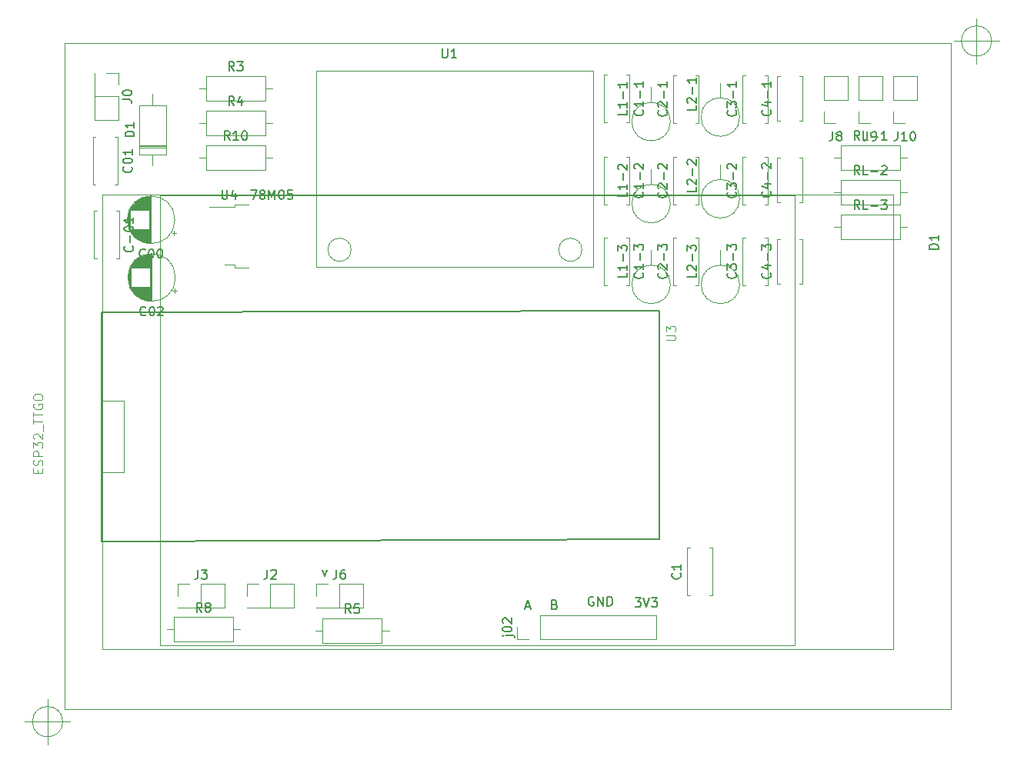
<source format=gbr>
%TF.GenerationSoftware,KiCad,Pcbnew,(6.0.5)*%
%TF.CreationDate,2023-08-26T16:02:20+02:00*%
%TF.ProjectId,IZ5 VFO V32,495a3520-5646-44f2-9056-33322e6b6963,rev?*%
%TF.SameCoordinates,Original*%
%TF.FileFunction,Legend,Top*%
%TF.FilePolarity,Positive*%
%FSLAX46Y46*%
G04 Gerber Fmt 4.6, Leading zero omitted, Abs format (unit mm)*
G04 Created by KiCad (PCBNEW (6.0.5)) date 2023-08-26 16:02:20*
%MOMM*%
%LPD*%
G01*
G04 APERTURE LIST*
%TA.AperFunction,Profile*%
%ADD10C,0.100000*%
%TD*%
%ADD11C,0.150000*%
%ADD12C,0.050000*%
%ADD13C,0.120000*%
%ADD14C,0.127000*%
G04 APERTURE END LIST*
D10*
X89535000Y-61214000D02*
X187071000Y-61214000D01*
X187071000Y-61214000D02*
X187071000Y-134493000D01*
X187071000Y-134493000D02*
X89535000Y-134493000D01*
X89535000Y-134493000D02*
X89535000Y-61214000D01*
D11*
X152304904Y-122261380D02*
X152923952Y-122261380D01*
X152590619Y-122642333D01*
X152733476Y-122642333D01*
X152828714Y-122689952D01*
X152876333Y-122737571D01*
X152923952Y-122832809D01*
X152923952Y-123070904D01*
X152876333Y-123166142D01*
X152828714Y-123213761D01*
X152733476Y-123261380D01*
X152447761Y-123261380D01*
X152352523Y-123213761D01*
X152304904Y-123166142D01*
X153209666Y-122261380D02*
X153543000Y-123261380D01*
X153876333Y-122261380D01*
X154114428Y-122261380D02*
X154733476Y-122261380D01*
X154400142Y-122642333D01*
X154543000Y-122642333D01*
X154638238Y-122689952D01*
X154685857Y-122737571D01*
X154733476Y-122832809D01*
X154733476Y-123070904D01*
X154685857Y-123166142D01*
X154638238Y-123213761D01*
X154543000Y-123261380D01*
X154257285Y-123261380D01*
X154162047Y-123213761D01*
X154114428Y-123166142D01*
X140223904Y-123229666D02*
X140700095Y-123229666D01*
X140128666Y-123515380D02*
X140462000Y-122515380D01*
X140795333Y-123515380D01*
X143454428Y-122991571D02*
X143597285Y-123039190D01*
X143644904Y-123086809D01*
X143692523Y-123182047D01*
X143692523Y-123324904D01*
X143644904Y-123420142D01*
X143597285Y-123467761D01*
X143502047Y-123515380D01*
X143121095Y-123515380D01*
X143121095Y-122515380D01*
X143454428Y-122515380D01*
X143549666Y-122563000D01*
X143597285Y-122610619D01*
X143644904Y-122705857D01*
X143644904Y-122801095D01*
X143597285Y-122896333D01*
X143549666Y-122943952D01*
X143454428Y-122991571D01*
X143121095Y-122991571D01*
X117871904Y-119165714D02*
X118110000Y-119832380D01*
X118348095Y-119165714D01*
X147701095Y-122182000D02*
X147605857Y-122134380D01*
X147463000Y-122134380D01*
X147320142Y-122182000D01*
X147224904Y-122277238D01*
X147177285Y-122372476D01*
X147129666Y-122562952D01*
X147129666Y-122705809D01*
X147177285Y-122896285D01*
X147224904Y-122991523D01*
X147320142Y-123086761D01*
X147463000Y-123134380D01*
X147558238Y-123134380D01*
X147701095Y-123086761D01*
X147748714Y-123039142D01*
X147748714Y-122705809D01*
X147558238Y-122705809D01*
X148177285Y-123134380D02*
X148177285Y-122134380D01*
X148748714Y-123134380D01*
X148748714Y-122134380D01*
X149224904Y-123134380D02*
X149224904Y-122134380D01*
X149463000Y-122134380D01*
X149605857Y-122182000D01*
X149701095Y-122277238D01*
X149748714Y-122372476D01*
X149796333Y-122562952D01*
X149796333Y-122705809D01*
X149748714Y-122896285D01*
X149701095Y-122991523D01*
X149605857Y-123086761D01*
X149463000Y-123134380D01*
X149224904Y-123134380D01*
D10*
X191531666Y-60960000D02*
G75*
G03*
X191531666Y-60960000I-1666666J0D01*
G01*
X187365000Y-60960000D02*
X192365000Y-60960000D01*
X189865000Y-58460000D02*
X189865000Y-63460000D01*
X89296666Y-135890000D02*
G75*
G03*
X89296666Y-135890000I-1666666J0D01*
G01*
X85130000Y-135890000D02*
X90130000Y-135890000D01*
X87630000Y-133390000D02*
X87630000Y-138390000D01*
D11*
%TO.C,R10*%
X107688142Y-71869380D02*
X107354809Y-71393190D01*
X107116714Y-71869380D02*
X107116714Y-70869380D01*
X107497666Y-70869380D01*
X107592904Y-70917000D01*
X107640523Y-70964619D01*
X107688142Y-71059857D01*
X107688142Y-71202714D01*
X107640523Y-71297952D01*
X107592904Y-71345571D01*
X107497666Y-71393190D01*
X107116714Y-71393190D01*
X108640523Y-71869380D02*
X108069095Y-71869380D01*
X108354809Y-71869380D02*
X108354809Y-70869380D01*
X108259571Y-71012238D01*
X108164333Y-71107476D01*
X108069095Y-71155095D01*
X109259571Y-70869380D02*
X109354809Y-70869380D01*
X109450047Y-70917000D01*
X109497666Y-70964619D01*
X109545285Y-71059857D01*
X109592904Y-71250333D01*
X109592904Y-71488428D01*
X109545285Y-71678904D01*
X109497666Y-71774142D01*
X109450047Y-71821761D01*
X109354809Y-71869380D01*
X109259571Y-71869380D01*
X109164333Y-71821761D01*
X109116714Y-71774142D01*
X109069095Y-71678904D01*
X109021476Y-71488428D01*
X109021476Y-71250333D01*
X109069095Y-71059857D01*
X109116714Y-70964619D01*
X109164333Y-70917000D01*
X109259571Y-70869380D01*
%TO.C,RL-2*%
X176990523Y-75679380D02*
X176657190Y-75203190D01*
X176419095Y-75679380D02*
X176419095Y-74679380D01*
X176800047Y-74679380D01*
X176895285Y-74727000D01*
X176942904Y-74774619D01*
X176990523Y-74869857D01*
X176990523Y-75012714D01*
X176942904Y-75107952D01*
X176895285Y-75155571D01*
X176800047Y-75203190D01*
X176419095Y-75203190D01*
X177895285Y-75679380D02*
X177419095Y-75679380D01*
X177419095Y-74679380D01*
X178228619Y-75298428D02*
X178990523Y-75298428D01*
X179419095Y-74774619D02*
X179466714Y-74727000D01*
X179561952Y-74679380D01*
X179800047Y-74679380D01*
X179895285Y-74727000D01*
X179942904Y-74774619D01*
X179990523Y-74869857D01*
X179990523Y-74965095D01*
X179942904Y-75107952D01*
X179371476Y-75679380D01*
X179990523Y-75679380D01*
%TO.C,J0*%
X95889371Y-67389333D02*
X96603657Y-67389333D01*
X96746514Y-67436952D01*
X96841752Y-67532190D01*
X96889371Y-67675047D01*
X96889371Y-67770285D01*
X95889371Y-66722666D02*
X95889371Y-66627428D01*
X95936991Y-66532190D01*
X95984610Y-66484571D01*
X96079848Y-66436952D01*
X96270324Y-66389333D01*
X96508419Y-66389333D01*
X96698895Y-66436952D01*
X96794133Y-66484571D01*
X96841752Y-66532190D01*
X96889371Y-66627428D01*
X96889371Y-66722666D01*
X96841752Y-66817904D01*
X96794133Y-66865523D01*
X96698895Y-66913142D01*
X96508419Y-66960761D01*
X96270324Y-66960761D01*
X96079848Y-66913142D01*
X95984610Y-66865523D01*
X95936991Y-66817904D01*
X95889371Y-66722666D01*
%TO.C,J8*%
X174037666Y-70929380D02*
X174037666Y-71643666D01*
X173990047Y-71786523D01*
X173894809Y-71881761D01*
X173751952Y-71929380D01*
X173656714Y-71929380D01*
X174656714Y-71357952D02*
X174561476Y-71310333D01*
X174513857Y-71262714D01*
X174466238Y-71167476D01*
X174466238Y-71119857D01*
X174513857Y-71024619D01*
X174561476Y-70977000D01*
X174656714Y-70929380D01*
X174847190Y-70929380D01*
X174942428Y-70977000D01*
X174990047Y-71024619D01*
X175037666Y-71119857D01*
X175037666Y-71167476D01*
X174990047Y-71262714D01*
X174942428Y-71310333D01*
X174847190Y-71357952D01*
X174656714Y-71357952D01*
X174561476Y-71405571D01*
X174513857Y-71453190D01*
X174466238Y-71548428D01*
X174466238Y-71738904D01*
X174513857Y-71834142D01*
X174561476Y-71881761D01*
X174656714Y-71929380D01*
X174847190Y-71929380D01*
X174942428Y-71881761D01*
X174990047Y-71834142D01*
X175037666Y-71738904D01*
X175037666Y-71548428D01*
X174990047Y-71453190D01*
X174942428Y-71405571D01*
X174847190Y-71357952D01*
%TO.C,C2-2*%
X155718142Y-77588904D02*
X155765761Y-77636523D01*
X155813380Y-77779380D01*
X155813380Y-77874619D01*
X155765761Y-78017476D01*
X155670523Y-78112714D01*
X155575285Y-78160333D01*
X155384809Y-78207952D01*
X155241952Y-78207952D01*
X155051476Y-78160333D01*
X154956238Y-78112714D01*
X154861000Y-78017476D01*
X154813380Y-77874619D01*
X154813380Y-77779380D01*
X154861000Y-77636523D01*
X154908619Y-77588904D01*
X154908619Y-77207952D02*
X154861000Y-77160333D01*
X154813380Y-77065095D01*
X154813380Y-76827000D01*
X154861000Y-76731761D01*
X154908619Y-76684142D01*
X155003857Y-76636523D01*
X155099095Y-76636523D01*
X155241952Y-76684142D01*
X155813380Y-77255571D01*
X155813380Y-76636523D01*
X155432428Y-76207952D02*
X155432428Y-75446047D01*
X154908619Y-75017476D02*
X154861000Y-74969857D01*
X154813380Y-74874619D01*
X154813380Y-74636523D01*
X154861000Y-74541285D01*
X154908619Y-74493666D01*
X155003857Y-74446047D01*
X155099095Y-74446047D01*
X155241952Y-74493666D01*
X155813380Y-75065095D01*
X155813380Y-74446047D01*
%TO.C,L2-3*%
X159003380Y-86478904D02*
X159003380Y-86955095D01*
X158003380Y-86955095D01*
X158098619Y-86193190D02*
X158051000Y-86145571D01*
X158003380Y-86050333D01*
X158003380Y-85812238D01*
X158051000Y-85717000D01*
X158098619Y-85669380D01*
X158193857Y-85621761D01*
X158289095Y-85621761D01*
X158431952Y-85669380D01*
X159003380Y-86240809D01*
X159003380Y-85621761D01*
X158622428Y-85193190D02*
X158622428Y-84431285D01*
X158003380Y-84050333D02*
X158003380Y-83431285D01*
X158384333Y-83764619D01*
X158384333Y-83621761D01*
X158431952Y-83526523D01*
X158479571Y-83478904D01*
X158574809Y-83431285D01*
X158812904Y-83431285D01*
X158908142Y-83478904D01*
X158955761Y-83526523D01*
X159003380Y-83621761D01*
X159003380Y-83907476D01*
X158955761Y-84002714D01*
X158908142Y-84050333D01*
%TO.C,C1*%
X157242142Y-119546666D02*
X157289761Y-119594285D01*
X157337380Y-119737142D01*
X157337380Y-119832380D01*
X157289761Y-119975238D01*
X157194523Y-120070476D01*
X157099285Y-120118095D01*
X156908809Y-120165714D01*
X156765952Y-120165714D01*
X156575476Y-120118095D01*
X156480238Y-120070476D01*
X156385000Y-119975238D01*
X156337380Y-119832380D01*
X156337380Y-119737142D01*
X156385000Y-119594285D01*
X156432619Y-119546666D01*
X157337380Y-118594285D02*
X157337380Y-119165714D01*
X157337380Y-118880000D02*
X156337380Y-118880000D01*
X156480238Y-118975238D01*
X156575476Y-119070476D01*
X156623095Y-119165714D01*
%TO.C,R5*%
X120991333Y-123939380D02*
X120658000Y-123463190D01*
X120419904Y-123939380D02*
X120419904Y-122939380D01*
X120800857Y-122939380D01*
X120896095Y-122987000D01*
X120943714Y-123034619D01*
X120991333Y-123129857D01*
X120991333Y-123272714D01*
X120943714Y-123367952D01*
X120896095Y-123415571D01*
X120800857Y-123463190D01*
X120419904Y-123463190D01*
X121896095Y-122939380D02*
X121419904Y-122939380D01*
X121372285Y-123415571D01*
X121419904Y-123367952D01*
X121515142Y-123320333D01*
X121753238Y-123320333D01*
X121848476Y-123367952D01*
X121896095Y-123415571D01*
X121943714Y-123510809D01*
X121943714Y-123748904D01*
X121896095Y-123844142D01*
X121848476Y-123891761D01*
X121753238Y-123939380D01*
X121515142Y-123939380D01*
X121419904Y-123891761D01*
X121372285Y-123844142D01*
%TO.C,C-01*%
X96964133Y-83557904D02*
X97011752Y-83605523D01*
X97059371Y-83748380D01*
X97059371Y-83843619D01*
X97011752Y-83986476D01*
X96916514Y-84081714D01*
X96821276Y-84129333D01*
X96630800Y-84176952D01*
X96487943Y-84176952D01*
X96297467Y-84129333D01*
X96202229Y-84081714D01*
X96106991Y-83986476D01*
X96059371Y-83843619D01*
X96059371Y-83748380D01*
X96106991Y-83605523D01*
X96154610Y-83557904D01*
X96678419Y-83129333D02*
X96678419Y-82367428D01*
X96059371Y-81700761D02*
X96059371Y-81605523D01*
X96106991Y-81510285D01*
X96154610Y-81462666D01*
X96249848Y-81415047D01*
X96440324Y-81367428D01*
X96678419Y-81367428D01*
X96868895Y-81415047D01*
X96964133Y-81462666D01*
X97011752Y-81510285D01*
X97059371Y-81605523D01*
X97059371Y-81700761D01*
X97011752Y-81796000D01*
X96964133Y-81843619D01*
X96868895Y-81891238D01*
X96678419Y-81938857D01*
X96440324Y-81938857D01*
X96249848Y-81891238D01*
X96154610Y-81843619D01*
X96106991Y-81796000D01*
X96059371Y-81700761D01*
X97059371Y-80415047D02*
X97059371Y-80986476D01*
X97059371Y-80700761D02*
X96059371Y-80700761D01*
X96202229Y-80796000D01*
X96297467Y-80891238D01*
X96345086Y-80986476D01*
%TO.C,D1*%
X185657380Y-83858095D02*
X184657380Y-83858095D01*
X184657380Y-83620000D01*
X184705000Y-83477142D01*
X184800238Y-83381904D01*
X184895476Y-83334285D01*
X185085952Y-83286666D01*
X185228809Y-83286666D01*
X185419285Y-83334285D01*
X185514523Y-83381904D01*
X185609761Y-83477142D01*
X185657380Y-83620000D01*
X185657380Y-83858095D01*
X185657380Y-82334285D02*
X185657380Y-82905714D01*
X185657380Y-82620000D02*
X184657380Y-82620000D01*
X184800238Y-82715238D01*
X184895476Y-82810476D01*
X184943095Y-82905714D01*
%TO.C,L2-2*%
X159003380Y-77048904D02*
X159003380Y-77525095D01*
X158003380Y-77525095D01*
X158098619Y-76763190D02*
X158051000Y-76715571D01*
X158003380Y-76620333D01*
X158003380Y-76382238D01*
X158051000Y-76287000D01*
X158098619Y-76239380D01*
X158193857Y-76191761D01*
X158289095Y-76191761D01*
X158431952Y-76239380D01*
X159003380Y-76810809D01*
X159003380Y-76191761D01*
X158622428Y-75763190D02*
X158622428Y-75001285D01*
X158098619Y-74572714D02*
X158051000Y-74525095D01*
X158003380Y-74429857D01*
X158003380Y-74191761D01*
X158051000Y-74096523D01*
X158098619Y-74048904D01*
X158193857Y-74001285D01*
X158289095Y-74001285D01*
X158431952Y-74048904D01*
X159003380Y-74620333D01*
X159003380Y-74001285D01*
%TO.C,L1-1*%
X151383380Y-68558904D02*
X151383380Y-69035095D01*
X150383380Y-69035095D01*
X151383380Y-67701761D02*
X151383380Y-68273190D01*
X151383380Y-67987476D02*
X150383380Y-67987476D01*
X150526238Y-68082714D01*
X150621476Y-68177952D01*
X150669095Y-68273190D01*
X151002428Y-67273190D02*
X151002428Y-66511285D01*
X151383380Y-65511285D02*
X151383380Y-66082714D01*
X151383380Y-65797000D02*
X150383380Y-65797000D01*
X150526238Y-65892238D01*
X150621476Y-65987476D01*
X150669095Y-66082714D01*
%TO.C,C2-3*%
X155718142Y-86478904D02*
X155765761Y-86526523D01*
X155813380Y-86669380D01*
X155813380Y-86764619D01*
X155765761Y-86907476D01*
X155670523Y-87002714D01*
X155575285Y-87050333D01*
X155384809Y-87097952D01*
X155241952Y-87097952D01*
X155051476Y-87050333D01*
X154956238Y-87002714D01*
X154861000Y-86907476D01*
X154813380Y-86764619D01*
X154813380Y-86669380D01*
X154861000Y-86526523D01*
X154908619Y-86478904D01*
X154908619Y-86097952D02*
X154861000Y-86050333D01*
X154813380Y-85955095D01*
X154813380Y-85717000D01*
X154861000Y-85621761D01*
X154908619Y-85574142D01*
X155003857Y-85526523D01*
X155099095Y-85526523D01*
X155241952Y-85574142D01*
X155813380Y-86145571D01*
X155813380Y-85526523D01*
X155432428Y-85097952D02*
X155432428Y-84336047D01*
X154813380Y-83955095D02*
X154813380Y-83336047D01*
X155194333Y-83669380D01*
X155194333Y-83526523D01*
X155241952Y-83431285D01*
X155289571Y-83383666D01*
X155384809Y-83336047D01*
X155622904Y-83336047D01*
X155718142Y-83383666D01*
X155765761Y-83431285D01*
X155813380Y-83526523D01*
X155813380Y-83812238D01*
X155765761Y-83907476D01*
X155718142Y-83955095D01*
%TO.C,L1-2*%
X151383380Y-77588904D02*
X151383380Y-78065095D01*
X150383380Y-78065095D01*
X151383380Y-76731761D02*
X151383380Y-77303190D01*
X151383380Y-77017476D02*
X150383380Y-77017476D01*
X150526238Y-77112714D01*
X150621476Y-77207952D01*
X150669095Y-77303190D01*
X151002428Y-76303190D02*
X151002428Y-75541285D01*
X150478619Y-75112714D02*
X150431000Y-75065095D01*
X150383380Y-74969857D01*
X150383380Y-74731761D01*
X150431000Y-74636523D01*
X150478619Y-74588904D01*
X150573857Y-74541285D01*
X150669095Y-74541285D01*
X150811952Y-74588904D01*
X151383380Y-75160333D01*
X151383380Y-74541285D01*
%TO.C,J2*%
X111807666Y-119169380D02*
X111807666Y-119883666D01*
X111760047Y-120026523D01*
X111664809Y-120121761D01*
X111521952Y-120169380D01*
X111426714Y-120169380D01*
X112236238Y-119264619D02*
X112283857Y-119217000D01*
X112379095Y-119169380D01*
X112617190Y-119169380D01*
X112712428Y-119217000D01*
X112760047Y-119264619D01*
X112807666Y-119359857D01*
X112807666Y-119455095D01*
X112760047Y-119597952D01*
X112188619Y-120169380D01*
X112807666Y-120169380D01*
%TO.C,R8*%
X104608333Y-123812380D02*
X104275000Y-123336190D01*
X104036904Y-123812380D02*
X104036904Y-122812380D01*
X104417857Y-122812380D01*
X104513095Y-122860000D01*
X104560714Y-122907619D01*
X104608333Y-123002857D01*
X104608333Y-123145714D01*
X104560714Y-123240952D01*
X104513095Y-123288571D01*
X104417857Y-123336190D01*
X104036904Y-123336190D01*
X105179761Y-123240952D02*
X105084523Y-123193333D01*
X105036904Y-123145714D01*
X104989285Y-123050476D01*
X104989285Y-123002857D01*
X105036904Y-122907619D01*
X105084523Y-122860000D01*
X105179761Y-122812380D01*
X105370238Y-122812380D01*
X105465476Y-122860000D01*
X105513095Y-122907619D01*
X105560714Y-123002857D01*
X105560714Y-123050476D01*
X105513095Y-123145714D01*
X105465476Y-123193333D01*
X105370238Y-123240952D01*
X105179761Y-123240952D01*
X105084523Y-123288571D01*
X105036904Y-123336190D01*
X104989285Y-123431428D01*
X104989285Y-123621904D01*
X105036904Y-123717142D01*
X105084523Y-123764761D01*
X105179761Y-123812380D01*
X105370238Y-123812380D01*
X105465476Y-123764761D01*
X105513095Y-123717142D01*
X105560714Y-123621904D01*
X105560714Y-123431428D01*
X105513095Y-123336190D01*
X105465476Y-123288571D01*
X105370238Y-123240952D01*
%TO.C,R4*%
X108164333Y-68059380D02*
X107831000Y-67583190D01*
X107592904Y-68059380D02*
X107592904Y-67059380D01*
X107973857Y-67059380D01*
X108069095Y-67107000D01*
X108116714Y-67154619D01*
X108164333Y-67249857D01*
X108164333Y-67392714D01*
X108116714Y-67487952D01*
X108069095Y-67535571D01*
X107973857Y-67583190D01*
X107592904Y-67583190D01*
X109021476Y-67392714D02*
X109021476Y-68059380D01*
X108783380Y-67011761D02*
X108545285Y-67726047D01*
X109164333Y-67726047D01*
%TO.C,C4-3*%
X167148142Y-86478904D02*
X167195761Y-86526523D01*
X167243380Y-86669380D01*
X167243380Y-86764619D01*
X167195761Y-86907476D01*
X167100523Y-87002714D01*
X167005285Y-87050333D01*
X166814809Y-87097952D01*
X166671952Y-87097952D01*
X166481476Y-87050333D01*
X166386238Y-87002714D01*
X166291000Y-86907476D01*
X166243380Y-86764619D01*
X166243380Y-86669380D01*
X166291000Y-86526523D01*
X166338619Y-86478904D01*
X166576714Y-85621761D02*
X167243380Y-85621761D01*
X166195761Y-85859857D02*
X166910047Y-86097952D01*
X166910047Y-85478904D01*
X166862428Y-85097952D02*
X166862428Y-84336047D01*
X166243380Y-83955095D02*
X166243380Y-83336047D01*
X166624333Y-83669380D01*
X166624333Y-83526523D01*
X166671952Y-83431285D01*
X166719571Y-83383666D01*
X166814809Y-83336047D01*
X167052904Y-83336047D01*
X167148142Y-83383666D01*
X167195761Y-83431285D01*
X167243380Y-83526523D01*
X167243380Y-83812238D01*
X167195761Y-83907476D01*
X167148142Y-83955095D01*
%TO.C,D1*%
X97169371Y-71477095D02*
X96169371Y-71477095D01*
X96169371Y-71239000D01*
X96216991Y-71096142D01*
X96312229Y-71000904D01*
X96407467Y-70953285D01*
X96597943Y-70905666D01*
X96740800Y-70905666D01*
X96931276Y-70953285D01*
X97026514Y-71000904D01*
X97121752Y-71096142D01*
X97169371Y-71239000D01*
X97169371Y-71477095D01*
X97169371Y-69953285D02*
X97169371Y-70524714D01*
X97169371Y-70239000D02*
X96169371Y-70239000D01*
X96312229Y-70334238D01*
X96407467Y-70429476D01*
X96455086Y-70524714D01*
%TO.C,j02*%
X138044714Y-126428380D02*
X138901857Y-126428380D01*
X138997095Y-126476000D01*
X139044714Y-126571238D01*
X139044714Y-126618857D01*
X137711380Y-126428380D02*
X137759000Y-126476000D01*
X137806619Y-126428380D01*
X137759000Y-126380761D01*
X137711380Y-126428380D01*
X137806619Y-126428380D01*
X137711380Y-125761714D02*
X137711380Y-125666476D01*
X137759000Y-125571238D01*
X137806619Y-125523619D01*
X137901857Y-125476000D01*
X138092333Y-125428380D01*
X138330428Y-125428380D01*
X138520904Y-125476000D01*
X138616142Y-125523619D01*
X138663761Y-125571238D01*
X138711380Y-125666476D01*
X138711380Y-125761714D01*
X138663761Y-125856952D01*
X138616142Y-125904571D01*
X138520904Y-125952190D01*
X138330428Y-125999809D01*
X138092333Y-125999809D01*
X137901857Y-125952190D01*
X137806619Y-125904571D01*
X137759000Y-125856952D01*
X137711380Y-125761714D01*
X137806619Y-125047428D02*
X137759000Y-124999809D01*
X137711380Y-124904571D01*
X137711380Y-124666476D01*
X137759000Y-124571238D01*
X137806619Y-124523619D01*
X137901857Y-124476000D01*
X137997095Y-124476000D01*
X138139952Y-124523619D01*
X138711380Y-125095047D01*
X138711380Y-124476000D01*
%TO.C,C1-3*%
X153098142Y-86478904D02*
X153145761Y-86526523D01*
X153193380Y-86669380D01*
X153193380Y-86764619D01*
X153145761Y-86907476D01*
X153050523Y-87002714D01*
X152955285Y-87050333D01*
X152764809Y-87097952D01*
X152621952Y-87097952D01*
X152431476Y-87050333D01*
X152336238Y-87002714D01*
X152241000Y-86907476D01*
X152193380Y-86764619D01*
X152193380Y-86669380D01*
X152241000Y-86526523D01*
X152288619Y-86478904D01*
X153193380Y-85526523D02*
X153193380Y-86097952D01*
X153193380Y-85812238D02*
X152193380Y-85812238D01*
X152336238Y-85907476D01*
X152431476Y-86002714D01*
X152479095Y-86097952D01*
X152812428Y-85097952D02*
X152812428Y-84336047D01*
X152193380Y-83955095D02*
X152193380Y-83336047D01*
X152574333Y-83669380D01*
X152574333Y-83526523D01*
X152621952Y-83431285D01*
X152669571Y-83383666D01*
X152764809Y-83336047D01*
X153002904Y-83336047D01*
X153098142Y-83383666D01*
X153145761Y-83431285D01*
X153193380Y-83526523D01*
X153193380Y-83812238D01*
X153145761Y-83907476D01*
X153098142Y-83955095D01*
%TO.C,C3-1*%
X163338142Y-68598904D02*
X163385761Y-68646523D01*
X163433380Y-68789380D01*
X163433380Y-68884619D01*
X163385761Y-69027476D01*
X163290523Y-69122714D01*
X163195285Y-69170333D01*
X163004809Y-69217952D01*
X162861952Y-69217952D01*
X162671476Y-69170333D01*
X162576238Y-69122714D01*
X162481000Y-69027476D01*
X162433380Y-68884619D01*
X162433380Y-68789380D01*
X162481000Y-68646523D01*
X162528619Y-68598904D01*
X162433380Y-68265571D02*
X162433380Y-67646523D01*
X162814333Y-67979857D01*
X162814333Y-67837000D01*
X162861952Y-67741761D01*
X162909571Y-67694142D01*
X163004809Y-67646523D01*
X163242904Y-67646523D01*
X163338142Y-67694142D01*
X163385761Y-67741761D01*
X163433380Y-67837000D01*
X163433380Y-68122714D01*
X163385761Y-68217952D01*
X163338142Y-68265571D01*
X163052428Y-67217952D02*
X163052428Y-66456047D01*
X163433380Y-65456047D02*
X163433380Y-66027476D01*
X163433380Y-65741761D02*
X162433380Y-65741761D01*
X162576238Y-65837000D01*
X162671476Y-65932238D01*
X162719095Y-66027476D01*
%TO.C,J6*%
X119427666Y-119169380D02*
X119427666Y-119883666D01*
X119380047Y-120026523D01*
X119284809Y-120121761D01*
X119141952Y-120169380D01*
X119046714Y-120169380D01*
X120332428Y-119169380D02*
X120141952Y-119169380D01*
X120046714Y-119217000D01*
X119999095Y-119264619D01*
X119903857Y-119407476D01*
X119856238Y-119597952D01*
X119856238Y-119978904D01*
X119903857Y-120074142D01*
X119951476Y-120121761D01*
X120046714Y-120169380D01*
X120237190Y-120169380D01*
X120332428Y-120121761D01*
X120380047Y-120074142D01*
X120427666Y-119978904D01*
X120427666Y-119740809D01*
X120380047Y-119645571D01*
X120332428Y-119597952D01*
X120237190Y-119550333D01*
X120046714Y-119550333D01*
X119951476Y-119597952D01*
X119903857Y-119645571D01*
X119856238Y-119740809D01*
%TO.C,RL-3*%
X176990523Y-79489380D02*
X176657190Y-79013190D01*
X176419095Y-79489380D02*
X176419095Y-78489380D01*
X176800047Y-78489380D01*
X176895285Y-78537000D01*
X176942904Y-78584619D01*
X176990523Y-78679857D01*
X176990523Y-78822714D01*
X176942904Y-78917952D01*
X176895285Y-78965571D01*
X176800047Y-79013190D01*
X176419095Y-79013190D01*
X177895285Y-79489380D02*
X177419095Y-79489380D01*
X177419095Y-78489380D01*
X178228619Y-79108428D02*
X178990523Y-79108428D01*
X179371476Y-78489380D02*
X179990523Y-78489380D01*
X179657190Y-78870333D01*
X179800047Y-78870333D01*
X179895285Y-78917952D01*
X179942904Y-78965571D01*
X179990523Y-79060809D01*
X179990523Y-79298904D01*
X179942904Y-79394142D01*
X179895285Y-79441761D01*
X179800047Y-79489380D01*
X179514333Y-79489380D01*
X179419095Y-79441761D01*
X179371476Y-79394142D01*
D12*
%TO.C,U3*%
X155724167Y-93898051D02*
X156534006Y-93898051D01*
X156629282Y-93850414D01*
X156676919Y-93802776D01*
X156724557Y-93707501D01*
X156724557Y-93516950D01*
X156676919Y-93421675D01*
X156629282Y-93374038D01*
X156534006Y-93326400D01*
X155724167Y-93326400D01*
X155724167Y-92945299D02*
X155724167Y-92326010D01*
X156105268Y-92659473D01*
X156105268Y-92516560D01*
X156152905Y-92421285D01*
X156200543Y-92373648D01*
X156295818Y-92326010D01*
X156534006Y-92326010D01*
X156629282Y-92373648D01*
X156676919Y-92421285D01*
X156724557Y-92516560D01*
X156724557Y-92802386D01*
X156676919Y-92897661D01*
X156629282Y-92945299D01*
X86554496Y-108514298D02*
X86554496Y-108180615D01*
X87078855Y-108037608D02*
X87078855Y-108514298D01*
X86077805Y-108514298D01*
X86077805Y-108037608D01*
X87031186Y-107656255D02*
X87078855Y-107513248D01*
X87078855Y-107274903D01*
X87031186Y-107179565D01*
X86983517Y-107131896D01*
X86888179Y-107084227D01*
X86792841Y-107084227D01*
X86697503Y-107131896D01*
X86649834Y-107179565D01*
X86602165Y-107274903D01*
X86554496Y-107465579D01*
X86506827Y-107560917D01*
X86459158Y-107608586D01*
X86363820Y-107656255D01*
X86268482Y-107656255D01*
X86173144Y-107608586D01*
X86125475Y-107560917D01*
X86077805Y-107465579D01*
X86077805Y-107227234D01*
X86125475Y-107084227D01*
X87078855Y-106655205D02*
X86077805Y-106655205D01*
X86077805Y-106273853D01*
X86125475Y-106178515D01*
X86173144Y-106130846D01*
X86268482Y-106083177D01*
X86411489Y-106083177D01*
X86506827Y-106130846D01*
X86554496Y-106178515D01*
X86602165Y-106273853D01*
X86602165Y-106655205D01*
X86077805Y-105749494D02*
X86077805Y-105129796D01*
X86459158Y-105463479D01*
X86459158Y-105320472D01*
X86506827Y-105225134D01*
X86554496Y-105177465D01*
X86649834Y-105129796D01*
X86888179Y-105129796D01*
X86983517Y-105177465D01*
X87031186Y-105225134D01*
X87078855Y-105320472D01*
X87078855Y-105606486D01*
X87031186Y-105701825D01*
X86983517Y-105749494D01*
X86173144Y-104748444D02*
X86125475Y-104700775D01*
X86077805Y-104605436D01*
X86077805Y-104367091D01*
X86125475Y-104271753D01*
X86173144Y-104224084D01*
X86268482Y-104176415D01*
X86363820Y-104176415D01*
X86506827Y-104224084D01*
X87078855Y-104796113D01*
X87078855Y-104176415D01*
X87174194Y-103985739D02*
X87174194Y-103223034D01*
X86077805Y-103127696D02*
X86077805Y-102555667D01*
X87078855Y-102841682D02*
X86077805Y-102841682D01*
X86077805Y-102364991D02*
X86077805Y-101792963D01*
X87078855Y-102078977D02*
X86077805Y-102078977D01*
X86125475Y-100934920D02*
X86077805Y-101030258D01*
X86077805Y-101173265D01*
X86125475Y-101316272D01*
X86220813Y-101411610D01*
X86316151Y-101459279D01*
X86506827Y-101506948D01*
X86649834Y-101506948D01*
X86840510Y-101459279D01*
X86935848Y-101411610D01*
X87031186Y-101316272D01*
X87078855Y-101173265D01*
X87078855Y-101077927D01*
X87031186Y-100934920D01*
X86983517Y-100887251D01*
X86649834Y-100887251D01*
X86649834Y-101077927D01*
X86077805Y-100267553D02*
X86077805Y-100076877D01*
X86125475Y-99981539D01*
X86220813Y-99886201D01*
X86411489Y-99838532D01*
X86745172Y-99838532D01*
X86935848Y-99886201D01*
X87031186Y-99981539D01*
X87078855Y-100076877D01*
X87078855Y-100267553D01*
X87031186Y-100362891D01*
X86935848Y-100458229D01*
X86745172Y-100505898D01*
X86411489Y-100505898D01*
X86220813Y-100458229D01*
X86125475Y-100362891D01*
X86077805Y-100267553D01*
D11*
%TO.C,C3-2*%
X163338142Y-77588904D02*
X163385761Y-77636523D01*
X163433380Y-77779380D01*
X163433380Y-77874619D01*
X163385761Y-78017476D01*
X163290523Y-78112714D01*
X163195285Y-78160333D01*
X163004809Y-78207952D01*
X162861952Y-78207952D01*
X162671476Y-78160333D01*
X162576238Y-78112714D01*
X162481000Y-78017476D01*
X162433380Y-77874619D01*
X162433380Y-77779380D01*
X162481000Y-77636523D01*
X162528619Y-77588904D01*
X162433380Y-77255571D02*
X162433380Y-76636523D01*
X162814333Y-76969857D01*
X162814333Y-76827000D01*
X162861952Y-76731761D01*
X162909571Y-76684142D01*
X163004809Y-76636523D01*
X163242904Y-76636523D01*
X163338142Y-76684142D01*
X163385761Y-76731761D01*
X163433380Y-76827000D01*
X163433380Y-77112714D01*
X163385761Y-77207952D01*
X163338142Y-77255571D01*
X163052428Y-76207952D02*
X163052428Y-75446047D01*
X162528619Y-75017476D02*
X162481000Y-74969857D01*
X162433380Y-74874619D01*
X162433380Y-74636523D01*
X162481000Y-74541285D01*
X162528619Y-74493666D01*
X162623857Y-74446047D01*
X162719095Y-74446047D01*
X162861952Y-74493666D01*
X163433380Y-75065095D01*
X163433380Y-74446047D01*
%TO.C,L2-1*%
X159003380Y-68058904D02*
X159003380Y-68535095D01*
X158003380Y-68535095D01*
X158098619Y-67773190D02*
X158051000Y-67725571D01*
X158003380Y-67630333D01*
X158003380Y-67392238D01*
X158051000Y-67297000D01*
X158098619Y-67249380D01*
X158193857Y-67201761D01*
X158289095Y-67201761D01*
X158431952Y-67249380D01*
X159003380Y-67820809D01*
X159003380Y-67201761D01*
X158622428Y-66773190D02*
X158622428Y-66011285D01*
X159003380Y-65011285D02*
X159003380Y-65582714D01*
X159003380Y-65297000D02*
X158003380Y-65297000D01*
X158146238Y-65392238D01*
X158241476Y-65487476D01*
X158289095Y-65582714D01*
%TO.C,C1-2*%
X153098142Y-77588904D02*
X153145761Y-77636523D01*
X153193380Y-77779380D01*
X153193380Y-77874619D01*
X153145761Y-78017476D01*
X153050523Y-78112714D01*
X152955285Y-78160333D01*
X152764809Y-78207952D01*
X152621952Y-78207952D01*
X152431476Y-78160333D01*
X152336238Y-78112714D01*
X152241000Y-78017476D01*
X152193380Y-77874619D01*
X152193380Y-77779380D01*
X152241000Y-77636523D01*
X152288619Y-77588904D01*
X153193380Y-76636523D02*
X153193380Y-77207952D01*
X153193380Y-76922238D02*
X152193380Y-76922238D01*
X152336238Y-77017476D01*
X152431476Y-77112714D01*
X152479095Y-77207952D01*
X152812428Y-76207952D02*
X152812428Y-75446047D01*
X152288619Y-75017476D02*
X152241000Y-74969857D01*
X152193380Y-74874619D01*
X152193380Y-74636523D01*
X152241000Y-74541285D01*
X152288619Y-74493666D01*
X152383857Y-74446047D01*
X152479095Y-74446047D01*
X152621952Y-74493666D01*
X153193380Y-75065095D01*
X153193380Y-74446047D01*
%TO.C,J3*%
X104187666Y-119169380D02*
X104187666Y-119883666D01*
X104140047Y-120026523D01*
X104044809Y-120121761D01*
X103901952Y-120169380D01*
X103806714Y-120169380D01*
X104568619Y-119169380D02*
X105187666Y-119169380D01*
X104854333Y-119550333D01*
X104997190Y-119550333D01*
X105092428Y-119597952D01*
X105140047Y-119645571D01*
X105187666Y-119740809D01*
X105187666Y-119978904D01*
X105140047Y-120074142D01*
X105092428Y-120121761D01*
X104997190Y-120169380D01*
X104711476Y-120169380D01*
X104616238Y-120121761D01*
X104568619Y-120074142D01*
%TO.C,RL-1*%
X176990523Y-71869380D02*
X176657190Y-71393190D01*
X176419095Y-71869380D02*
X176419095Y-70869380D01*
X176800047Y-70869380D01*
X176895285Y-70917000D01*
X176942904Y-70964619D01*
X176990523Y-71059857D01*
X176990523Y-71202714D01*
X176942904Y-71297952D01*
X176895285Y-71345571D01*
X176800047Y-71393190D01*
X176419095Y-71393190D01*
X177895285Y-71869380D02*
X177419095Y-71869380D01*
X177419095Y-70869380D01*
X178228619Y-71488428D02*
X178990523Y-71488428D01*
X179990523Y-71869380D02*
X179419095Y-71869380D01*
X179704809Y-71869380D02*
X179704809Y-70869380D01*
X179609571Y-71012238D01*
X179514333Y-71107476D01*
X179419095Y-71155095D01*
%TO.C,C02*%
X98437151Y-91102142D02*
X98389532Y-91149761D01*
X98246675Y-91197380D01*
X98151437Y-91197380D01*
X98008580Y-91149761D01*
X97913342Y-91054523D01*
X97865723Y-90959285D01*
X97818104Y-90768809D01*
X97818104Y-90625952D01*
X97865723Y-90435476D01*
X97913342Y-90340238D01*
X98008580Y-90245000D01*
X98151437Y-90197380D01*
X98246675Y-90197380D01*
X98389532Y-90245000D01*
X98437151Y-90292619D01*
X99056199Y-90197380D02*
X99151437Y-90197380D01*
X99246675Y-90245000D01*
X99294294Y-90292619D01*
X99341913Y-90387857D01*
X99389532Y-90578333D01*
X99389532Y-90816428D01*
X99341913Y-91006904D01*
X99294294Y-91102142D01*
X99246675Y-91149761D01*
X99151437Y-91197380D01*
X99056199Y-91197380D01*
X98960961Y-91149761D01*
X98913342Y-91102142D01*
X98865723Y-91006904D01*
X98818104Y-90816428D01*
X98818104Y-90578333D01*
X98865723Y-90387857D01*
X98913342Y-90292619D01*
X98960961Y-90245000D01*
X99056199Y-90197380D01*
X99770485Y-90292619D02*
X99818104Y-90245000D01*
X99913342Y-90197380D01*
X100151437Y-90197380D01*
X100246675Y-90245000D01*
X100294294Y-90292619D01*
X100341913Y-90387857D01*
X100341913Y-90483095D01*
X100294294Y-90625952D01*
X99722866Y-91197380D01*
X100341913Y-91197380D01*
%TO.C,C3-3*%
X163338142Y-86478904D02*
X163385761Y-86526523D01*
X163433380Y-86669380D01*
X163433380Y-86764619D01*
X163385761Y-86907476D01*
X163290523Y-87002714D01*
X163195285Y-87050333D01*
X163004809Y-87097952D01*
X162861952Y-87097952D01*
X162671476Y-87050333D01*
X162576238Y-87002714D01*
X162481000Y-86907476D01*
X162433380Y-86764619D01*
X162433380Y-86669380D01*
X162481000Y-86526523D01*
X162528619Y-86478904D01*
X162433380Y-86145571D02*
X162433380Y-85526523D01*
X162814333Y-85859857D01*
X162814333Y-85717000D01*
X162861952Y-85621761D01*
X162909571Y-85574142D01*
X163004809Y-85526523D01*
X163242904Y-85526523D01*
X163338142Y-85574142D01*
X163385761Y-85621761D01*
X163433380Y-85717000D01*
X163433380Y-86002714D01*
X163385761Y-86097952D01*
X163338142Y-86145571D01*
X163052428Y-85097952D02*
X163052428Y-84336047D01*
X162433380Y-83955095D02*
X162433380Y-83336047D01*
X162814333Y-83669380D01*
X162814333Y-83526523D01*
X162861952Y-83431285D01*
X162909571Y-83383666D01*
X163004809Y-83336047D01*
X163242904Y-83336047D01*
X163338142Y-83383666D01*
X163385761Y-83431285D01*
X163433380Y-83526523D01*
X163433380Y-83812238D01*
X163385761Y-83907476D01*
X163338142Y-83955095D01*
%TO.C,C1-1*%
X153098142Y-68558904D02*
X153145761Y-68606523D01*
X153193380Y-68749380D01*
X153193380Y-68844619D01*
X153145761Y-68987476D01*
X153050523Y-69082714D01*
X152955285Y-69130333D01*
X152764809Y-69177952D01*
X152621952Y-69177952D01*
X152431476Y-69130333D01*
X152336238Y-69082714D01*
X152241000Y-68987476D01*
X152193380Y-68844619D01*
X152193380Y-68749380D01*
X152241000Y-68606523D01*
X152288619Y-68558904D01*
X153193380Y-67606523D02*
X153193380Y-68177952D01*
X153193380Y-67892238D02*
X152193380Y-67892238D01*
X152336238Y-67987476D01*
X152431476Y-68082714D01*
X152479095Y-68177952D01*
X152812428Y-67177952D02*
X152812428Y-66416047D01*
X153193380Y-65416047D02*
X153193380Y-65987476D01*
X153193380Y-65701761D02*
X152193380Y-65701761D01*
X152336238Y-65797000D01*
X152431476Y-65892238D01*
X152479095Y-65987476D01*
%TO.C,J9*%
X177847666Y-70929380D02*
X177847666Y-71643666D01*
X177800047Y-71786523D01*
X177704809Y-71881761D01*
X177561952Y-71929380D01*
X177466714Y-71929380D01*
X178371476Y-71929380D02*
X178561952Y-71929380D01*
X178657190Y-71881761D01*
X178704809Y-71834142D01*
X178800047Y-71691285D01*
X178847666Y-71500809D01*
X178847666Y-71119857D01*
X178800047Y-71024619D01*
X178752428Y-70977000D01*
X178657190Y-70929380D01*
X178466714Y-70929380D01*
X178371476Y-70977000D01*
X178323857Y-71024619D01*
X178276238Y-71119857D01*
X178276238Y-71357952D01*
X178323857Y-71453190D01*
X178371476Y-71500809D01*
X178466714Y-71548428D01*
X178657190Y-71548428D01*
X178752428Y-71500809D01*
X178800047Y-71453190D01*
X178847666Y-71357952D01*
%TO.C,C4-2*%
X167148142Y-77548904D02*
X167195761Y-77596523D01*
X167243380Y-77739380D01*
X167243380Y-77834619D01*
X167195761Y-77977476D01*
X167100523Y-78072714D01*
X167005285Y-78120333D01*
X166814809Y-78167952D01*
X166671952Y-78167952D01*
X166481476Y-78120333D01*
X166386238Y-78072714D01*
X166291000Y-77977476D01*
X166243380Y-77834619D01*
X166243380Y-77739380D01*
X166291000Y-77596523D01*
X166338619Y-77548904D01*
X166576714Y-76691761D02*
X167243380Y-76691761D01*
X166195761Y-76929857D02*
X166910047Y-77167952D01*
X166910047Y-76548904D01*
X166862428Y-76167952D02*
X166862428Y-75406047D01*
X166338619Y-74977476D02*
X166291000Y-74929857D01*
X166243380Y-74834619D01*
X166243380Y-74596523D01*
X166291000Y-74501285D01*
X166338619Y-74453666D01*
X166433857Y-74406047D01*
X166529095Y-74406047D01*
X166671952Y-74453666D01*
X167243380Y-75025095D01*
X167243380Y-74406047D01*
%TO.C,J10*%
X181181476Y-70929380D02*
X181181476Y-71643666D01*
X181133857Y-71786523D01*
X181038619Y-71881761D01*
X180895761Y-71929380D01*
X180800523Y-71929380D01*
X182181476Y-71929380D02*
X181610047Y-71929380D01*
X181895761Y-71929380D02*
X181895761Y-70929380D01*
X181800523Y-71072238D01*
X181705285Y-71167476D01*
X181610047Y-71215095D01*
X182800523Y-70929380D02*
X182895761Y-70929380D01*
X182991000Y-70977000D01*
X183038619Y-71024619D01*
X183086238Y-71119857D01*
X183133857Y-71310333D01*
X183133857Y-71548428D01*
X183086238Y-71738904D01*
X183038619Y-71834142D01*
X182991000Y-71881761D01*
X182895761Y-71929380D01*
X182800523Y-71929380D01*
X182705285Y-71881761D01*
X182657666Y-71834142D01*
X182610047Y-71738904D01*
X182562428Y-71548428D01*
X182562428Y-71310333D01*
X182610047Y-71119857D01*
X182657666Y-71024619D01*
X182705285Y-70977000D01*
X182800523Y-70929380D01*
%TO.C,L1-3*%
X151383380Y-86478904D02*
X151383380Y-86955095D01*
X150383380Y-86955095D01*
X151383380Y-85621761D02*
X151383380Y-86193190D01*
X151383380Y-85907476D02*
X150383380Y-85907476D01*
X150526238Y-86002714D01*
X150621476Y-86097952D01*
X150669095Y-86193190D01*
X151002428Y-85193190D02*
X151002428Y-84431285D01*
X150383380Y-84050333D02*
X150383380Y-83431285D01*
X150764333Y-83764619D01*
X150764333Y-83621761D01*
X150811952Y-83526523D01*
X150859571Y-83478904D01*
X150954809Y-83431285D01*
X151192904Y-83431285D01*
X151288142Y-83478904D01*
X151335761Y-83526523D01*
X151383380Y-83621761D01*
X151383380Y-83907476D01*
X151335761Y-84002714D01*
X151288142Y-84050333D01*
%TO.C,R3*%
X108164333Y-64249380D02*
X107831000Y-63773190D01*
X107592904Y-64249380D02*
X107592904Y-63249380D01*
X107973857Y-63249380D01*
X108069095Y-63297000D01*
X108116714Y-63344619D01*
X108164333Y-63439857D01*
X108164333Y-63582714D01*
X108116714Y-63677952D01*
X108069095Y-63725571D01*
X107973857Y-63773190D01*
X107592904Y-63773190D01*
X108497666Y-63249380D02*
X109116714Y-63249380D01*
X108783380Y-63630333D01*
X108926238Y-63630333D01*
X109021476Y-63677952D01*
X109069095Y-63725571D01*
X109116714Y-63820809D01*
X109116714Y-64058904D01*
X109069095Y-64154142D01*
X109021476Y-64201761D01*
X108926238Y-64249380D01*
X108640523Y-64249380D01*
X108545285Y-64201761D01*
X108497666Y-64154142D01*
%TO.C,U4-78M05*%
X106842857Y-77376380D02*
X106842857Y-78185904D01*
X106890476Y-78281142D01*
X106938095Y-78328761D01*
X107033333Y-78376380D01*
X107223809Y-78376380D01*
X107319047Y-78328761D01*
X107366666Y-78281142D01*
X107414285Y-78185904D01*
X107414285Y-77376380D01*
X108319047Y-77709714D02*
X108319047Y-78376380D01*
X108080952Y-77328761D02*
X107842857Y-78043047D01*
X108461904Y-78043047D01*
X108842857Y-77995428D02*
X109604761Y-77995428D01*
X109985714Y-77376380D02*
X110652380Y-77376380D01*
X110223809Y-78376380D01*
X111176190Y-77804952D02*
X111080952Y-77757333D01*
X111033333Y-77709714D01*
X110985714Y-77614476D01*
X110985714Y-77566857D01*
X111033333Y-77471619D01*
X111080952Y-77424000D01*
X111176190Y-77376380D01*
X111366666Y-77376380D01*
X111461904Y-77424000D01*
X111509523Y-77471619D01*
X111557142Y-77566857D01*
X111557142Y-77614476D01*
X111509523Y-77709714D01*
X111461904Y-77757333D01*
X111366666Y-77804952D01*
X111176190Y-77804952D01*
X111080952Y-77852571D01*
X111033333Y-77900190D01*
X110985714Y-77995428D01*
X110985714Y-78185904D01*
X111033333Y-78281142D01*
X111080952Y-78328761D01*
X111176190Y-78376380D01*
X111366666Y-78376380D01*
X111461904Y-78328761D01*
X111509523Y-78281142D01*
X111557142Y-78185904D01*
X111557142Y-77995428D01*
X111509523Y-77900190D01*
X111461904Y-77852571D01*
X111366666Y-77804952D01*
X111985714Y-78376380D02*
X111985714Y-77376380D01*
X112319047Y-78090666D01*
X112652380Y-77376380D01*
X112652380Y-78376380D01*
X113319047Y-77376380D02*
X113414285Y-77376380D01*
X113509523Y-77424000D01*
X113557142Y-77471619D01*
X113604761Y-77566857D01*
X113652380Y-77757333D01*
X113652380Y-77995428D01*
X113604761Y-78185904D01*
X113557142Y-78281142D01*
X113509523Y-78328761D01*
X113414285Y-78376380D01*
X113319047Y-78376380D01*
X113223809Y-78328761D01*
X113176190Y-78281142D01*
X113128571Y-78185904D01*
X113080952Y-77995428D01*
X113080952Y-77757333D01*
X113128571Y-77566857D01*
X113176190Y-77471619D01*
X113223809Y-77424000D01*
X113319047Y-77376380D01*
X114557142Y-77376380D02*
X114080952Y-77376380D01*
X114033333Y-77852571D01*
X114080952Y-77804952D01*
X114176190Y-77757333D01*
X114414285Y-77757333D01*
X114509523Y-77804952D01*
X114557142Y-77852571D01*
X114604761Y-77947809D01*
X114604761Y-78185904D01*
X114557142Y-78281142D01*
X114509523Y-78328761D01*
X114414285Y-78376380D01*
X114176190Y-78376380D01*
X114080952Y-78328761D01*
X114033333Y-78281142D01*
%TO.C,C4-1*%
X167148142Y-68558904D02*
X167195761Y-68606523D01*
X167243380Y-68749380D01*
X167243380Y-68844619D01*
X167195761Y-68987476D01*
X167100523Y-69082714D01*
X167005285Y-69130333D01*
X166814809Y-69177952D01*
X166671952Y-69177952D01*
X166481476Y-69130333D01*
X166386238Y-69082714D01*
X166291000Y-68987476D01*
X166243380Y-68844619D01*
X166243380Y-68749380D01*
X166291000Y-68606523D01*
X166338619Y-68558904D01*
X166576714Y-67701761D02*
X167243380Y-67701761D01*
X166195761Y-67939857D02*
X166910047Y-68177952D01*
X166910047Y-67558904D01*
X166862428Y-67177952D02*
X166862428Y-66416047D01*
X167243380Y-65416047D02*
X167243380Y-65987476D01*
X167243380Y-65701761D02*
X166243380Y-65701761D01*
X166386238Y-65797000D01*
X166481476Y-65892238D01*
X166529095Y-65987476D01*
%TO.C,C2-1*%
X155718142Y-68598904D02*
X155765761Y-68646523D01*
X155813380Y-68789380D01*
X155813380Y-68884619D01*
X155765761Y-69027476D01*
X155670523Y-69122714D01*
X155575285Y-69170333D01*
X155384809Y-69217952D01*
X155241952Y-69217952D01*
X155051476Y-69170333D01*
X154956238Y-69122714D01*
X154861000Y-69027476D01*
X154813380Y-68884619D01*
X154813380Y-68789380D01*
X154861000Y-68646523D01*
X154908619Y-68598904D01*
X154908619Y-68217952D02*
X154861000Y-68170333D01*
X154813380Y-68075095D01*
X154813380Y-67837000D01*
X154861000Y-67741761D01*
X154908619Y-67694142D01*
X155003857Y-67646523D01*
X155099095Y-67646523D01*
X155241952Y-67694142D01*
X155813380Y-68265571D01*
X155813380Y-67646523D01*
X155432428Y-67217952D02*
X155432428Y-66456047D01*
X155813380Y-65456047D02*
X155813380Y-66027476D01*
X155813380Y-65741761D02*
X154813380Y-65741761D01*
X154956238Y-65837000D01*
X155051476Y-65932238D01*
X155099095Y-66027476D01*
%TO.C,C01*%
X96837133Y-74810857D02*
X96884752Y-74858476D01*
X96932371Y-75001333D01*
X96932371Y-75096571D01*
X96884752Y-75239428D01*
X96789514Y-75334666D01*
X96694276Y-75382285D01*
X96503800Y-75429904D01*
X96360943Y-75429904D01*
X96170467Y-75382285D01*
X96075229Y-75334666D01*
X95979991Y-75239428D01*
X95932371Y-75096571D01*
X95932371Y-75001333D01*
X95979991Y-74858476D01*
X96027610Y-74810857D01*
X95932371Y-74191809D02*
X95932371Y-74096571D01*
X95979991Y-74001333D01*
X96027610Y-73953714D01*
X96122848Y-73906095D01*
X96313324Y-73858476D01*
X96551419Y-73858476D01*
X96741895Y-73906095D01*
X96837133Y-73953714D01*
X96884752Y-74001333D01*
X96932371Y-74096571D01*
X96932371Y-74191809D01*
X96884752Y-74287047D01*
X96837133Y-74334666D01*
X96741895Y-74382285D01*
X96551419Y-74429904D01*
X96313324Y-74429904D01*
X96122848Y-74382285D01*
X96027610Y-74334666D01*
X95979991Y-74287047D01*
X95932371Y-74191809D01*
X96932371Y-72906095D02*
X96932371Y-73477523D01*
X96932371Y-73191809D02*
X95932371Y-73191809D01*
X96075229Y-73287047D01*
X96170467Y-73382285D01*
X96218086Y-73477523D01*
%TO.C,C00*%
X98372255Y-84752142D02*
X98324636Y-84799761D01*
X98181779Y-84847380D01*
X98086541Y-84847380D01*
X97943684Y-84799761D01*
X97848446Y-84704523D01*
X97800827Y-84609285D01*
X97753208Y-84418809D01*
X97753208Y-84275952D01*
X97800827Y-84085476D01*
X97848446Y-83990238D01*
X97943684Y-83895000D01*
X98086541Y-83847380D01*
X98181779Y-83847380D01*
X98324636Y-83895000D01*
X98372255Y-83942619D01*
X98991303Y-83847380D02*
X99086541Y-83847380D01*
X99181779Y-83895000D01*
X99229398Y-83942619D01*
X99277017Y-84037857D01*
X99324636Y-84228333D01*
X99324636Y-84466428D01*
X99277017Y-84656904D01*
X99229398Y-84752142D01*
X99181779Y-84799761D01*
X99086541Y-84847380D01*
X98991303Y-84847380D01*
X98896065Y-84799761D01*
X98848446Y-84752142D01*
X98800827Y-84656904D01*
X98753208Y-84466428D01*
X98753208Y-84228333D01*
X98800827Y-84037857D01*
X98848446Y-83942619D01*
X98896065Y-83895000D01*
X98991303Y-83847380D01*
X99943684Y-83847380D02*
X100038922Y-83847380D01*
X100134160Y-83895000D01*
X100181779Y-83942619D01*
X100229398Y-84037857D01*
X100277017Y-84228333D01*
X100277017Y-84466428D01*
X100229398Y-84656904D01*
X100181779Y-84752142D01*
X100134160Y-84799761D01*
X100038922Y-84847380D01*
X99943684Y-84847380D01*
X99848446Y-84799761D01*
X99800827Y-84752142D01*
X99753208Y-84656904D01*
X99705589Y-84466428D01*
X99705589Y-84228333D01*
X99753208Y-84037857D01*
X99800827Y-83942619D01*
X99848446Y-83895000D01*
X99943684Y-83847380D01*
%TO.C,U1*%
X131064095Y-61809380D02*
X131064095Y-62618904D01*
X131111714Y-62714142D01*
X131159333Y-62761761D01*
X131254571Y-62809380D01*
X131445047Y-62809380D01*
X131540285Y-62761761D01*
X131587904Y-62714142D01*
X131635523Y-62618904D01*
X131635523Y-61809380D01*
X132635523Y-62809380D02*
X132064095Y-62809380D01*
X132349809Y-62809380D02*
X132349809Y-61809380D01*
X132254571Y-61952238D01*
X132159333Y-62047476D01*
X132064095Y-62095095D01*
D13*
%TO.C,R10*%
X111601000Y-72417000D02*
X105061000Y-72417000D01*
X111601000Y-75157000D02*
X111601000Y-72417000D01*
X112371000Y-73787000D02*
X111601000Y-73787000D01*
X104291000Y-73787000D02*
X105061000Y-73787000D01*
X105061000Y-72417000D02*
X105061000Y-75157000D01*
X105061000Y-75157000D02*
X111601000Y-75157000D01*
%TO.C,RL-2*%
X174911000Y-78967000D02*
X181451000Y-78967000D01*
X174911000Y-76227000D02*
X174911000Y-78967000D01*
X181451000Y-78967000D02*
X181451000Y-76227000D01*
X182221000Y-77597000D02*
X181451000Y-77597000D01*
X181451000Y-76227000D02*
X174911000Y-76227000D01*
X174141000Y-77597000D02*
X174911000Y-77597000D01*
%TO.C,J0*%
X94106991Y-64456000D02*
X95436991Y-64456000D01*
X92836991Y-67056000D02*
X95436991Y-67056000D01*
X95436991Y-69656000D02*
X92776991Y-69656000D01*
X95436991Y-64456000D02*
X95436991Y-65786000D01*
X92836991Y-64456000D02*
X92836991Y-67056000D01*
X92776991Y-64456000D02*
X92776991Y-69656000D01*
X92836991Y-64456000D02*
X92776991Y-64456000D01*
X95436991Y-67056000D02*
X95436991Y-69656000D01*
%TO.C,J8*%
X175701000Y-67437000D02*
X175701000Y-64837000D01*
X174371000Y-70037000D02*
X173041000Y-70037000D01*
X175701000Y-64837000D02*
X173041000Y-64837000D01*
X173041000Y-67437000D02*
X173041000Y-64837000D01*
X173041000Y-70037000D02*
X173041000Y-68707000D01*
X175701000Y-67437000D02*
X173041000Y-67437000D01*
%TO.C,C2-2*%
X156491000Y-73707000D02*
X156806000Y-73707000D01*
X159231000Y-78947000D02*
X159231000Y-73707000D01*
X158916000Y-78947000D02*
X159231000Y-78947000D01*
X156491000Y-78947000D02*
X156806000Y-78947000D01*
X158916000Y-73707000D02*
X159231000Y-73707000D01*
X156491000Y-78947000D02*
X156491000Y-73707000D01*
%TO.C,L2-3*%
X161671000Y-85637000D02*
X161671000Y-83977000D01*
X163791000Y-87757000D02*
G75*
G03*
X163791000Y-87757000I-2120000J0D01*
G01*
%TO.C,C1*%
X158015000Y-116760000D02*
X158330000Y-116760000D01*
X160440000Y-116760000D02*
X160755000Y-116760000D01*
X158015000Y-122000000D02*
X158015000Y-116760000D01*
X160755000Y-122000000D02*
X160755000Y-116760000D01*
X160440000Y-122000000D02*
X160755000Y-122000000D01*
X158015000Y-122000000D02*
X158330000Y-122000000D01*
%TO.C,R5*%
X117888000Y-127227000D02*
X124428000Y-127227000D01*
X117118000Y-125857000D02*
X117888000Y-125857000D01*
X117888000Y-124487000D02*
X117888000Y-127227000D01*
X124428000Y-127227000D02*
X124428000Y-124487000D01*
X124428000Y-124487000D02*
X117888000Y-124487000D01*
X125198000Y-125857000D02*
X124428000Y-125857000D01*
%TO.C,C-01*%
X93051991Y-84916000D02*
X92736991Y-84916000D01*
X95476991Y-79676000D02*
X95476991Y-84916000D01*
X92736991Y-79676000D02*
X92736991Y-84916000D01*
X95476991Y-84916000D02*
X95161991Y-84916000D01*
X93051991Y-79676000D02*
X92736991Y-79676000D01*
X95476991Y-79676000D02*
X95161991Y-79676000D01*
%TO.C,D1*%
X178705000Y-77870000D02*
X171705000Y-77870000D01*
X93615000Y-77870000D02*
X180705000Y-77870000D01*
X93615000Y-127870000D02*
X93615000Y-77870000D01*
X178205000Y-127870000D02*
X173205000Y-127870000D01*
X180705000Y-127870000D02*
X93615000Y-127870000D01*
X180705000Y-77870000D02*
X180705000Y-127870000D01*
X169815000Y-77980000D02*
X99965000Y-77980000D01*
X99965000Y-77980000D02*
X99965000Y-127510000D01*
X99965000Y-127510000D02*
X169815000Y-127510000D01*
X169815000Y-127510000D02*
X169815000Y-77980000D01*
%TO.C,L2-2*%
X161671000Y-76207000D02*
X161671000Y-74547000D01*
X163791000Y-78327000D02*
G75*
G03*
X163791000Y-78327000I-2120000J0D01*
G01*
%TO.C,L1-1*%
X154051000Y-67717000D02*
X154051000Y-66057000D01*
X156171000Y-69837000D02*
G75*
G03*
X156171000Y-69837000I-2120000J0D01*
G01*
%TO.C,C2-3*%
X156491000Y-87837000D02*
X156806000Y-87837000D01*
X158916000Y-87837000D02*
X159231000Y-87837000D01*
X159231000Y-87837000D02*
X159231000Y-82597000D01*
X156491000Y-87837000D02*
X156491000Y-82597000D01*
X156491000Y-82597000D02*
X156806000Y-82597000D01*
X158916000Y-82597000D02*
X159231000Y-82597000D01*
%TO.C,L1-2*%
X154051000Y-76747000D02*
X154051000Y-75087000D01*
X156171000Y-78867000D02*
G75*
G03*
X156171000Y-78867000I-2120000J0D01*
G01*
%TO.C,J2*%
X109541000Y-123317000D02*
X109541000Y-123377000D01*
X109541000Y-122047000D02*
X109541000Y-120717000D01*
X109541000Y-123377000D02*
X114741000Y-123377000D01*
X109541000Y-120717000D02*
X110871000Y-120717000D01*
X112141000Y-120717000D02*
X114741000Y-120717000D01*
X109541000Y-123317000D02*
X112141000Y-123317000D01*
X112141000Y-123317000D02*
X112141000Y-120717000D01*
X114741000Y-120717000D02*
X114741000Y-123377000D01*
%TO.C,R8*%
X108045000Y-124360000D02*
X101505000Y-124360000D01*
X108045000Y-127100000D02*
X108045000Y-124360000D01*
X101505000Y-124360000D02*
X101505000Y-127100000D01*
X100735000Y-125730000D02*
X101505000Y-125730000D01*
X108815000Y-125730000D02*
X108045000Y-125730000D01*
X101505000Y-127100000D02*
X108045000Y-127100000D01*
%TO.C,R4*%
X105061000Y-71347000D02*
X111601000Y-71347000D01*
X111601000Y-71347000D02*
X111601000Y-68607000D01*
X104291000Y-69977000D02*
X105061000Y-69977000D01*
X105061000Y-68607000D02*
X105061000Y-71347000D01*
X112371000Y-69977000D02*
X111601000Y-69977000D01*
X111601000Y-68607000D02*
X105061000Y-68607000D01*
%TO.C,C4-3*%
X170346000Y-82747000D02*
X170661000Y-82747000D01*
X167921000Y-87687000D02*
X168236000Y-87687000D01*
X167921000Y-87687000D02*
X167921000Y-82747000D01*
X170346000Y-87687000D02*
X170661000Y-87687000D01*
X170661000Y-87687000D02*
X170661000Y-82747000D01*
X167921000Y-82747000D02*
X168236000Y-82747000D01*
%TO.C,D1*%
X99186991Y-74679000D02*
X99186991Y-73459000D01*
X99186991Y-66799000D02*
X99186991Y-68019000D01*
X97716991Y-68019000D02*
X97716991Y-73459000D01*
X100656991Y-68019000D02*
X97716991Y-68019000D01*
X97716991Y-72439000D02*
X100656991Y-72439000D01*
X97716991Y-73459000D02*
X100656991Y-73459000D01*
X100656991Y-73459000D02*
X100656991Y-68019000D01*
X97716991Y-72559000D02*
X100656991Y-72559000D01*
X97716991Y-72679000D02*
X100656991Y-72679000D01*
%TO.C,j02*%
X139259000Y-126806000D02*
X139259000Y-125476000D01*
X141859000Y-124146000D02*
X154619000Y-124146000D01*
X154619000Y-126806000D02*
X154619000Y-124146000D01*
X141859000Y-126806000D02*
X141859000Y-124146000D01*
X140589000Y-126806000D02*
X139259000Y-126806000D01*
X141859000Y-126806000D02*
X154619000Y-126806000D01*
%TO.C,C1-3*%
X149186000Y-87837000D02*
X148871000Y-87837000D01*
X149186000Y-82597000D02*
X148871000Y-82597000D01*
X151611000Y-82597000D02*
X151611000Y-87837000D01*
X151611000Y-87837000D02*
X151296000Y-87837000D01*
X148871000Y-82597000D02*
X148871000Y-87837000D01*
X151611000Y-82597000D02*
X151296000Y-82597000D01*
%TO.C,C3-1*%
X164111000Y-69957000D02*
X164426000Y-69957000D01*
X166536000Y-69957000D02*
X166851000Y-69957000D01*
X166536000Y-64717000D02*
X166851000Y-64717000D01*
X164111000Y-69957000D02*
X164111000Y-64717000D01*
X164111000Y-64717000D02*
X164426000Y-64717000D01*
X166851000Y-69957000D02*
X166851000Y-64717000D01*
%TO.C,J6*%
X122361000Y-120717000D02*
X122361000Y-123377000D01*
X119761000Y-123317000D02*
X119761000Y-120717000D01*
X117161000Y-120717000D02*
X118491000Y-120717000D01*
X119761000Y-120717000D02*
X122361000Y-120717000D01*
X117161000Y-123317000D02*
X119761000Y-123317000D01*
X117161000Y-123377000D02*
X122361000Y-123377000D01*
X117161000Y-123317000D02*
X117161000Y-123377000D01*
X117161000Y-122047000D02*
X117161000Y-120717000D01*
%TO.C,RL-3*%
X182221000Y-81407000D02*
X181451000Y-81407000D01*
X181451000Y-80037000D02*
X174911000Y-80037000D01*
X181451000Y-82777000D02*
X181451000Y-80037000D01*
X174141000Y-81407000D02*
X174911000Y-81407000D01*
X174911000Y-82777000D02*
X181451000Y-82777000D01*
X174911000Y-80037000D02*
X174911000Y-82777000D01*
D14*
%TO.C,U3*%
X154976000Y-115830250D02*
X93536000Y-116030250D01*
X93536000Y-116030250D02*
X93536000Y-90850250D01*
X154976000Y-90650250D02*
X154976000Y-115830250D01*
X93536000Y-90850250D02*
X154976000Y-90650250D01*
D13*
X96006000Y-100600250D02*
X96006000Y-108410250D01*
X96006000Y-108410250D02*
X93606000Y-108410250D01*
X93606000Y-100600250D02*
X96006000Y-100600250D01*
%TO.C,C3-2*%
X164111000Y-78947000D02*
X164426000Y-78947000D01*
X166851000Y-78947000D02*
X166851000Y-73707000D01*
X166536000Y-78947000D02*
X166851000Y-78947000D01*
X166536000Y-73707000D02*
X166851000Y-73707000D01*
X164111000Y-78947000D02*
X164111000Y-73707000D01*
X164111000Y-73707000D02*
X164426000Y-73707000D01*
%TO.C,L2-1*%
X161671000Y-67217000D02*
X161671000Y-65557000D01*
X163791000Y-69337000D02*
G75*
G03*
X163791000Y-69337000I-2120000J0D01*
G01*
%TO.C,C1-2*%
X151611000Y-78947000D02*
X151296000Y-78947000D01*
X151611000Y-73707000D02*
X151296000Y-73707000D01*
X149186000Y-78947000D02*
X148871000Y-78947000D01*
X149186000Y-73707000D02*
X148871000Y-73707000D01*
X148871000Y-73707000D02*
X148871000Y-78947000D01*
X151611000Y-73707000D02*
X151611000Y-78947000D01*
%TO.C,J3*%
X101921000Y-123317000D02*
X101921000Y-123377000D01*
X101921000Y-123317000D02*
X104521000Y-123317000D01*
X107121000Y-120717000D02*
X107121000Y-123377000D01*
X104521000Y-123317000D02*
X104521000Y-120717000D01*
X101921000Y-122047000D02*
X101921000Y-120717000D01*
X101921000Y-120717000D02*
X103251000Y-120717000D01*
X101921000Y-123377000D02*
X107121000Y-123377000D01*
X104521000Y-120717000D02*
X107121000Y-120717000D01*
%TO.C,RL-1*%
X174141000Y-73787000D02*
X174911000Y-73787000D01*
X181451000Y-75157000D02*
X181451000Y-72417000D01*
X174911000Y-75157000D02*
X181451000Y-75157000D01*
X182221000Y-73787000D02*
X181451000Y-73787000D01*
X174911000Y-72417000D02*
X174911000Y-75157000D01*
X181451000Y-72417000D02*
X174911000Y-72417000D01*
%TO.C,C02*%
X98640009Y-89538000D02*
X98640009Y-88035000D01*
X99000009Y-89574000D02*
X99000009Y-84416000D01*
X97879009Y-85955000D02*
X97879009Y-84705000D01*
X97439009Y-85955000D02*
X97439009Y-84991000D01*
X98119009Y-89393000D02*
X98119009Y-88035000D01*
X98199009Y-85955000D02*
X98199009Y-84567000D01*
X97279009Y-88859000D02*
X97279009Y-88035000D01*
X98840009Y-85955000D02*
X98840009Y-84426000D01*
X97879009Y-89285000D02*
X97879009Y-88035000D01*
X98680009Y-85955000D02*
X98680009Y-84445000D01*
X97479009Y-85955000D02*
X97479009Y-84960000D01*
X98720009Y-89551000D02*
X98720009Y-88035000D01*
X96759009Y-88173000D02*
X96759009Y-85817000D01*
X98079009Y-85955000D02*
X98079009Y-84613000D01*
X98440009Y-89496000D02*
X98440009Y-88035000D01*
X98319009Y-85955000D02*
X98319009Y-84527000D01*
X97199009Y-85955000D02*
X97199009Y-85210000D01*
X97959009Y-85955000D02*
X97959009Y-84666000D01*
X97119009Y-85955000D02*
X97119009Y-85296000D01*
X97399009Y-85955000D02*
X97399009Y-85024000D01*
X96879009Y-85955000D02*
X96879009Y-85612000D01*
X96999009Y-88549000D02*
X96999009Y-88035000D01*
X97439009Y-88999000D02*
X97439009Y-88035000D01*
X97559009Y-85955000D02*
X97559009Y-84900000D01*
X97239009Y-85955000D02*
X97239009Y-85169000D01*
X96999009Y-85955000D02*
X96999009Y-85441000D01*
X96519009Y-87513000D02*
X96519009Y-86477000D01*
X96919009Y-85955000D02*
X96919009Y-85552000D01*
X96839009Y-88314000D02*
X96839009Y-88035000D01*
X97799009Y-89242000D02*
X97799009Y-88035000D01*
X97519009Y-89060000D02*
X97519009Y-88035000D01*
X97079009Y-88648000D02*
X97079009Y-88035000D01*
X98640009Y-85955000D02*
X98640009Y-84452000D01*
X96599009Y-87800000D02*
X96599009Y-86190000D01*
X98239009Y-89437000D02*
X98239009Y-88035000D01*
X99040009Y-89575000D02*
X99040009Y-84415000D01*
X98560009Y-85955000D02*
X98560009Y-84467000D01*
X98720009Y-85955000D02*
X98720009Y-84439000D01*
X96559009Y-87672000D02*
X96559009Y-86318000D01*
X98680009Y-89545000D02*
X98680009Y-88035000D01*
X97839009Y-89263000D02*
X97839009Y-88035000D01*
X97239009Y-88821000D02*
X97239009Y-88035000D01*
X98920009Y-89571000D02*
X98920009Y-84419000D01*
X98319009Y-89463000D02*
X98319009Y-88035000D01*
X101634784Y-88720000D02*
X101634784Y-88220000D01*
X96719009Y-88093000D02*
X96719009Y-85897000D01*
X96959009Y-85955000D02*
X96959009Y-85495000D01*
X96919009Y-88438000D02*
X96919009Y-88035000D01*
X98600009Y-89531000D02*
X98600009Y-88035000D01*
X97039009Y-85955000D02*
X97039009Y-85390000D01*
X96879009Y-88378000D02*
X96879009Y-88035000D01*
X97079009Y-85955000D02*
X97079009Y-85342000D01*
X96639009Y-87910000D02*
X96639009Y-86080000D01*
X97319009Y-85955000D02*
X97319009Y-85094000D01*
X97519009Y-85955000D02*
X97519009Y-84930000D01*
X97599009Y-89117000D02*
X97599009Y-88035000D01*
X97359009Y-85955000D02*
X97359009Y-85058000D01*
X97039009Y-88600000D02*
X97039009Y-88035000D01*
X98239009Y-85955000D02*
X98239009Y-84553000D01*
X98800009Y-85955000D02*
X98800009Y-84430000D01*
X98440009Y-85955000D02*
X98440009Y-84494000D01*
X98199009Y-89423000D02*
X98199009Y-88035000D01*
X98880009Y-89568000D02*
X98880009Y-84422000D01*
X97959009Y-89324000D02*
X97959009Y-88035000D01*
X98079009Y-89377000D02*
X98079009Y-88035000D01*
X98520009Y-89515000D02*
X98520009Y-88035000D01*
X96479009Y-87279000D02*
X96479009Y-86711000D01*
X96799009Y-88246000D02*
X96799009Y-88035000D01*
X98400009Y-85955000D02*
X98400009Y-84504000D01*
X97719009Y-85955000D02*
X97719009Y-84795000D01*
X96959009Y-88495000D02*
X96959009Y-88035000D01*
X98800009Y-89560000D02*
X98800009Y-88035000D01*
X99080009Y-89575000D02*
X99080009Y-84415000D01*
X97719009Y-89195000D02*
X97719009Y-88035000D01*
X97759009Y-89219000D02*
X97759009Y-88035000D01*
X101884784Y-88470000D02*
X101384784Y-88470000D01*
X98039009Y-85955000D02*
X98039009Y-84630000D01*
X98279009Y-85955000D02*
X98279009Y-84540000D01*
X98480009Y-85955000D02*
X98480009Y-84484000D01*
X98159009Y-89409000D02*
X98159009Y-88035000D01*
X98600009Y-85955000D02*
X98600009Y-84459000D01*
X98119009Y-85955000D02*
X98119009Y-84597000D01*
X98560009Y-89523000D02*
X98560009Y-88035000D01*
X97679009Y-89170000D02*
X97679009Y-88035000D01*
X97839009Y-85955000D02*
X97839009Y-84727000D01*
X98960009Y-89573000D02*
X98960009Y-84417000D01*
X98279009Y-89450000D02*
X98279009Y-88035000D01*
X98359009Y-89475000D02*
X98359009Y-88035000D01*
X98840009Y-89564000D02*
X98840009Y-88035000D01*
X97599009Y-85955000D02*
X97599009Y-84873000D01*
X97159009Y-88738000D02*
X97159009Y-88035000D01*
X97919009Y-89305000D02*
X97919009Y-88035000D01*
X97559009Y-89090000D02*
X97559009Y-88035000D01*
X98760009Y-89556000D02*
X98760009Y-88035000D01*
X97399009Y-88966000D02*
X97399009Y-88035000D01*
X97199009Y-88780000D02*
X97199009Y-88035000D01*
X97639009Y-89144000D02*
X97639009Y-88035000D01*
X98039009Y-89360000D02*
X98039009Y-88035000D01*
X97119009Y-88694000D02*
X97119009Y-88035000D01*
X98760009Y-85955000D02*
X98760009Y-84434000D01*
X97319009Y-88896000D02*
X97319009Y-88035000D01*
X97919009Y-85955000D02*
X97919009Y-84685000D01*
X98400009Y-89486000D02*
X98400009Y-88035000D01*
X97999009Y-89343000D02*
X97999009Y-88035000D01*
X97679009Y-85955000D02*
X97679009Y-84820000D01*
X96679009Y-88006000D02*
X96679009Y-85984000D01*
X97999009Y-85955000D02*
X97999009Y-84647000D01*
X97759009Y-85955000D02*
X97759009Y-84771000D01*
X97639009Y-85955000D02*
X97639009Y-84846000D01*
X98520009Y-85955000D02*
X98520009Y-84475000D01*
X96839009Y-85955000D02*
X96839009Y-85676000D01*
X98359009Y-85955000D02*
X98359009Y-84515000D01*
X97159009Y-85955000D02*
X97159009Y-85252000D01*
X96799009Y-85955000D02*
X96799009Y-85744000D01*
X97359009Y-88932000D02*
X97359009Y-88035000D01*
X98480009Y-89506000D02*
X98480009Y-88035000D01*
X98159009Y-85955000D02*
X98159009Y-84581000D01*
X97479009Y-89030000D02*
X97479009Y-88035000D01*
X97799009Y-85955000D02*
X97799009Y-84748000D01*
X97279009Y-85955000D02*
X97279009Y-85131000D01*
X101700009Y-86995000D02*
G75*
G03*
X101700009Y-86995000I-2620000J0D01*
G01*
%TO.C,C3-3*%
X166536000Y-82597000D02*
X166851000Y-82597000D01*
X166536000Y-87837000D02*
X166851000Y-87837000D01*
X164111000Y-87837000D02*
X164426000Y-87837000D01*
X164111000Y-82597000D02*
X164426000Y-82597000D01*
X164111000Y-87837000D02*
X164111000Y-82597000D01*
X166851000Y-87837000D02*
X166851000Y-82597000D01*
%TO.C,C1-1*%
X151611000Y-64677000D02*
X151611000Y-69917000D01*
X149186000Y-69917000D02*
X148871000Y-69917000D01*
X151611000Y-69917000D02*
X151296000Y-69917000D01*
X149186000Y-64677000D02*
X148871000Y-64677000D01*
X148871000Y-64677000D02*
X148871000Y-69917000D01*
X151611000Y-64677000D02*
X151296000Y-64677000D01*
%TO.C,J9*%
X179511000Y-67437000D02*
X176851000Y-67437000D01*
X179511000Y-67437000D02*
X179511000Y-64837000D01*
X178181000Y-70037000D02*
X176851000Y-70037000D01*
X176851000Y-67437000D02*
X176851000Y-64837000D01*
X179511000Y-64837000D02*
X176851000Y-64837000D01*
X176851000Y-70037000D02*
X176851000Y-68707000D01*
%TO.C,C4-2*%
X167921000Y-78757000D02*
X167921000Y-73817000D01*
X167921000Y-78757000D02*
X168236000Y-78757000D01*
X170346000Y-73817000D02*
X170661000Y-73817000D01*
X167921000Y-73817000D02*
X168236000Y-73817000D01*
X170661000Y-78757000D02*
X170661000Y-73817000D01*
X170346000Y-78757000D02*
X170661000Y-78757000D01*
%TO.C,J10*%
X183321000Y-67437000D02*
X180661000Y-67437000D01*
X181991000Y-70037000D02*
X180661000Y-70037000D01*
X180661000Y-70037000D02*
X180661000Y-68707000D01*
X183321000Y-67437000D02*
X183321000Y-64837000D01*
X180661000Y-67437000D02*
X180661000Y-64837000D01*
X183321000Y-64837000D02*
X180661000Y-64837000D01*
%TO.C,L1-3*%
X154051000Y-85637000D02*
X154051000Y-83977000D01*
X156171000Y-87757000D02*
G75*
G03*
X156171000Y-87757000I-2120000J0D01*
G01*
%TO.C,R3*%
X105061000Y-67537000D02*
X111601000Y-67537000D01*
X104291000Y-66167000D02*
X105061000Y-66167000D01*
X111601000Y-64797000D02*
X105061000Y-64797000D01*
X111601000Y-67537000D02*
X111601000Y-64797000D01*
X112371000Y-66167000D02*
X111601000Y-66167000D01*
X105061000Y-64797000D02*
X105061000Y-67537000D01*
%TO.C,U4-78M05*%
X108230000Y-78974000D02*
X108230000Y-79244000D01*
X108230000Y-79244000D02*
X105400000Y-79244000D01*
X108230000Y-85874000D02*
X108230000Y-85604000D01*
X108230000Y-85604000D02*
X107130000Y-85604000D01*
X109730000Y-85874000D02*
X108230000Y-85874000D01*
X109730000Y-78974000D02*
X108230000Y-78974000D01*
%TO.C,C4-1*%
X167921000Y-69767000D02*
X168236000Y-69767000D01*
X170661000Y-69767000D02*
X170661000Y-64827000D01*
X170346000Y-69767000D02*
X170661000Y-69767000D01*
X167921000Y-64827000D02*
X168236000Y-64827000D01*
X170346000Y-64827000D02*
X170661000Y-64827000D01*
X167921000Y-69767000D02*
X167921000Y-64827000D01*
%TO.C,C2-1*%
X158916000Y-69957000D02*
X159231000Y-69957000D01*
X156491000Y-64717000D02*
X156806000Y-64717000D01*
X159231000Y-69957000D02*
X159231000Y-64717000D01*
X158916000Y-64717000D02*
X159231000Y-64717000D01*
X156491000Y-69957000D02*
X156806000Y-69957000D01*
X156491000Y-69957000D02*
X156491000Y-64717000D01*
%TO.C,C01*%
X95349991Y-71548000D02*
X95349991Y-76788000D01*
X92924991Y-76788000D02*
X92609991Y-76788000D01*
X95349991Y-71548000D02*
X95034991Y-71548000D01*
X92924991Y-71548000D02*
X92609991Y-71548000D01*
X95349991Y-76788000D02*
X95034991Y-76788000D01*
X92609991Y-71548000D02*
X92609991Y-76788000D01*
%TO.C,C00*%
X97014113Y-82298000D02*
X97014113Y-81685000D01*
X97454113Y-79605000D02*
X97454113Y-78580000D01*
X97134113Y-82430000D02*
X97134113Y-81685000D01*
X98294113Y-79605000D02*
X98294113Y-78165000D01*
X98615113Y-83195000D02*
X98615113Y-81685000D01*
X98375113Y-83146000D02*
X98375113Y-81685000D01*
X98695113Y-79605000D02*
X98695113Y-78084000D01*
X97374113Y-82649000D02*
X97374113Y-81685000D01*
X97774113Y-82913000D02*
X97774113Y-81685000D01*
X97494113Y-82740000D02*
X97494113Y-81685000D01*
X96774113Y-81964000D02*
X96774113Y-81685000D01*
X97694113Y-79605000D02*
X97694113Y-78421000D01*
X97534113Y-82767000D02*
X97534113Y-81685000D01*
X98975113Y-83225000D02*
X98975113Y-78065000D01*
X96814113Y-82028000D02*
X96814113Y-81685000D01*
X97894113Y-79605000D02*
X97894113Y-78316000D01*
X98495113Y-79605000D02*
X98495113Y-78117000D01*
X98375113Y-79605000D02*
X98375113Y-78144000D01*
X97854113Y-82955000D02*
X97854113Y-81685000D01*
X96934113Y-82199000D02*
X96934113Y-81685000D01*
X101819888Y-82120000D02*
X101319888Y-82120000D01*
X96414113Y-80929000D02*
X96414113Y-80361000D01*
X97854113Y-79605000D02*
X97854113Y-78335000D01*
X97214113Y-82509000D02*
X97214113Y-81685000D01*
X97774113Y-79605000D02*
X97774113Y-78377000D01*
X97174113Y-79605000D02*
X97174113Y-78819000D01*
X97454113Y-82710000D02*
X97454113Y-81685000D01*
X98535113Y-79605000D02*
X98535113Y-78109000D01*
X97294113Y-82582000D02*
X97294113Y-81685000D01*
X98335113Y-83136000D02*
X98335113Y-81685000D01*
X97814113Y-79605000D02*
X97814113Y-78355000D01*
X97574113Y-79605000D02*
X97574113Y-78496000D01*
X97334113Y-79605000D02*
X97334113Y-78674000D01*
X96734113Y-79605000D02*
X96734113Y-79394000D01*
X98455113Y-79605000D02*
X98455113Y-78125000D01*
X97174113Y-82471000D02*
X97174113Y-81685000D01*
X97654113Y-82845000D02*
X97654113Y-81685000D01*
X97254113Y-82546000D02*
X97254113Y-81685000D01*
X97894113Y-82974000D02*
X97894113Y-81685000D01*
X97334113Y-82616000D02*
X97334113Y-81685000D01*
X98615113Y-79605000D02*
X98615113Y-78095000D01*
X98415113Y-79605000D02*
X98415113Y-78134000D01*
X98335113Y-79605000D02*
X98335113Y-78154000D01*
X98855113Y-83221000D02*
X98855113Y-78069000D01*
X98094113Y-83059000D02*
X98094113Y-81685000D01*
X98134113Y-83073000D02*
X98134113Y-81685000D01*
X97054113Y-82344000D02*
X97054113Y-81685000D01*
X97374113Y-79605000D02*
X97374113Y-78641000D01*
X97414113Y-79605000D02*
X97414113Y-78610000D01*
X96574113Y-81560000D02*
X96574113Y-79730000D01*
X98575113Y-83188000D02*
X98575113Y-81685000D01*
X96854113Y-79605000D02*
X96854113Y-79202000D01*
X98415113Y-83156000D02*
X98415113Y-81685000D01*
X97014113Y-79605000D02*
X97014113Y-78992000D01*
X98695113Y-83206000D02*
X98695113Y-81685000D01*
X98254113Y-83113000D02*
X98254113Y-81685000D01*
X97054113Y-79605000D02*
X97054113Y-78946000D01*
X98655113Y-83201000D02*
X98655113Y-81685000D01*
X98815113Y-83218000D02*
X98815113Y-78072000D01*
X98014113Y-83027000D02*
X98014113Y-81685000D01*
X98254113Y-79605000D02*
X98254113Y-78177000D01*
X96854113Y-82088000D02*
X96854113Y-81685000D01*
X97814113Y-82935000D02*
X97814113Y-81685000D01*
X96654113Y-81743000D02*
X96654113Y-79547000D01*
X98735113Y-79605000D02*
X98735113Y-78080000D01*
X98455113Y-83165000D02*
X98455113Y-81685000D01*
X97974113Y-83010000D02*
X97974113Y-81685000D01*
X98775113Y-79605000D02*
X98775113Y-78076000D01*
X98655113Y-79605000D02*
X98655113Y-78089000D01*
X96974113Y-79605000D02*
X96974113Y-79040000D01*
X99015113Y-83225000D02*
X99015113Y-78065000D01*
X98054113Y-79605000D02*
X98054113Y-78247000D01*
X98495113Y-83173000D02*
X98495113Y-81685000D01*
X98935113Y-83224000D02*
X98935113Y-78066000D01*
X97614113Y-82820000D02*
X97614113Y-81685000D01*
X97934113Y-79605000D02*
X97934113Y-78297000D01*
X96934113Y-79605000D02*
X96934113Y-79091000D01*
X98214113Y-83100000D02*
X98214113Y-81685000D01*
X97094113Y-79605000D02*
X97094113Y-78902000D01*
X98294113Y-83125000D02*
X98294113Y-81685000D01*
X96614113Y-81656000D02*
X96614113Y-79634000D01*
X98054113Y-83043000D02*
X98054113Y-81685000D01*
X97134113Y-79605000D02*
X97134113Y-78860000D01*
X97414113Y-82680000D02*
X97414113Y-81685000D01*
X96694113Y-81823000D02*
X96694113Y-79467000D01*
X98134113Y-79605000D02*
X98134113Y-78217000D01*
X98174113Y-83087000D02*
X98174113Y-81685000D01*
X97694113Y-82869000D02*
X97694113Y-81685000D01*
X97214113Y-79605000D02*
X97214113Y-78781000D01*
X97734113Y-79605000D02*
X97734113Y-78398000D01*
X96894113Y-82145000D02*
X96894113Y-81685000D01*
X97574113Y-82794000D02*
X97574113Y-81685000D01*
X97254113Y-79605000D02*
X97254113Y-78744000D01*
X97534113Y-79605000D02*
X97534113Y-78523000D01*
X96974113Y-82250000D02*
X96974113Y-81685000D01*
X98575113Y-79605000D02*
X98575113Y-78102000D01*
X96774113Y-79605000D02*
X96774113Y-79326000D01*
X98735113Y-83210000D02*
X98735113Y-81685000D01*
X97934113Y-82993000D02*
X97934113Y-81685000D01*
X97494113Y-79605000D02*
X97494113Y-78550000D01*
X97094113Y-82388000D02*
X97094113Y-81685000D01*
X97974113Y-79605000D02*
X97974113Y-78280000D01*
X98014113Y-79605000D02*
X98014113Y-78263000D01*
X96814113Y-79605000D02*
X96814113Y-79262000D01*
X98895113Y-83223000D02*
X98895113Y-78067000D01*
X96494113Y-81322000D02*
X96494113Y-79968000D01*
X98775113Y-83214000D02*
X98775113Y-81685000D01*
X98535113Y-83181000D02*
X98535113Y-81685000D01*
X98174113Y-79605000D02*
X98174113Y-78203000D01*
X96534113Y-81450000D02*
X96534113Y-79840000D01*
X96894113Y-79605000D02*
X96894113Y-79145000D01*
X101569888Y-82370000D02*
X101569888Y-81870000D01*
X96734113Y-81896000D02*
X96734113Y-81685000D01*
X97294113Y-79605000D02*
X97294113Y-78708000D01*
X97654113Y-79605000D02*
X97654113Y-78445000D01*
X98214113Y-79605000D02*
X98214113Y-78190000D01*
X97734113Y-82892000D02*
X97734113Y-81685000D01*
X98094113Y-79605000D02*
X98094113Y-78231000D01*
X97614113Y-79605000D02*
X97614113Y-78470000D01*
X96454113Y-81163000D02*
X96454113Y-80127000D01*
X101635113Y-80645000D02*
G75*
G03*
X101635113Y-80645000I-2620000J0D01*
G01*
%TO.C,U1*%
X117221000Y-64262000D02*
X147701000Y-64262000D01*
X147701000Y-64262000D02*
X147701000Y-85852000D01*
X147701000Y-85852000D02*
X117221000Y-85852000D01*
X117221000Y-85852000D02*
X117221000Y-64262000D01*
X146431000Y-83947000D02*
G75*
G03*
X146431000Y-83947000I-1270000J0D01*
G01*
X121031000Y-83947000D02*
G75*
G03*
X121031000Y-83947000I-1270000J0D01*
G01*
%TD*%
M02*

</source>
